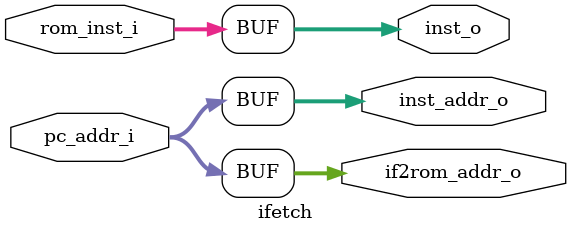
<source format=v>
module ifetch(
    //from pc
    input   wire    [31:0]  pc_addr_i,
    //from rom
    input   wire    [31:0]  rom_inst_i,
    //to rom
    output  wire    [31:0]  if2rom_addr_o,
    //to if_id
    output  wire    [31:0]  inst_addr_o,
    output  wire    [31:0]  inst_o          
);

    
    assign  if2rom_addr_o = pc_addr_i;

    assign  inst_addr_o   = pc_addr_i;

    assign  inst_o        = rom_inst_i;


    


endmodule

</source>
